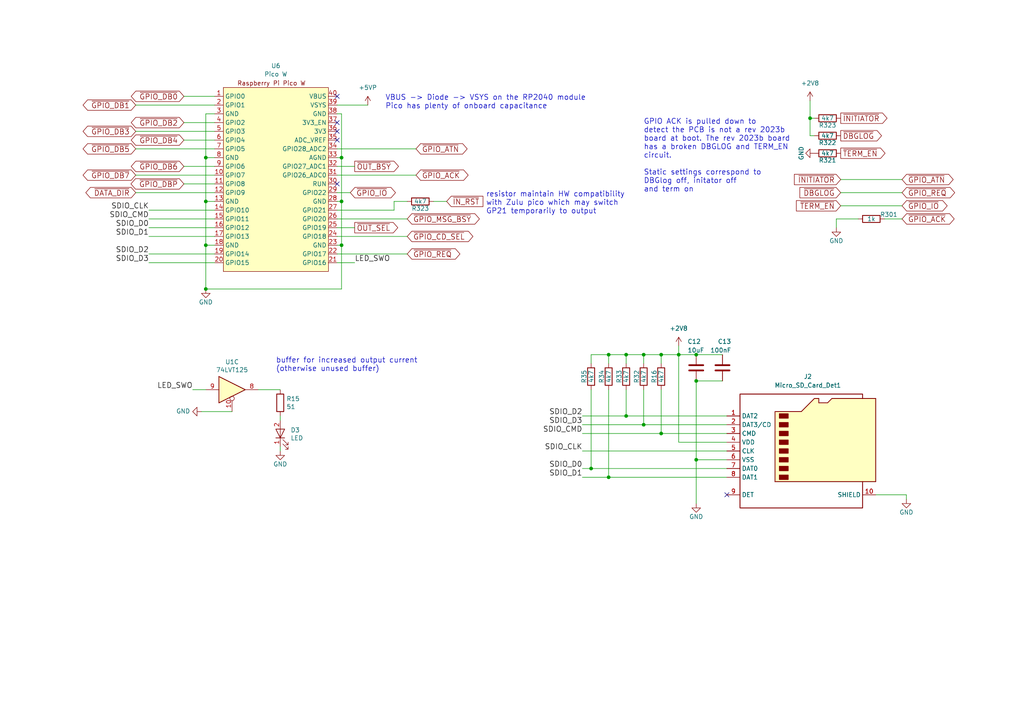
<source format=kicad_sch>
(kicad_sch (version 20230121) (generator eeschema)
  (paper "A4")
  (title_block (title "SillyTinySCSI") (rev "V2.0") (company "ZZJ / M.D.") (comment 1 "Derivative of ZuluSCSI Pico OSHW") (comment 2 "ZuluSCSI is a registered trademark of (C) Rabbit Hole Computing") (comment 3 "Descended from SCSI2SD, with special thanks to Michael McMaster"))
  (lib_symbols
    (symbol "74xx:74LVC125" (pin_names (offset 1.016))
      (property "Reference" "U" (at 0 1.27 0))
      (property "Value" "74LVC125" (at 0 -1.27 0))
      (symbol "74LVC125_1_0"
        (polyline (pts (xy -3.81 3.81) (xy -3.81 -3.81) (xy 3.81 0) (xy -3.81 3.81)) (stroke (width 0.254)) (fill (type background)))
        (pin input inverted (at 0 -6.35 90) (length 4.445) (name "~") (number "1"))
        (pin input line (at -7.62 0 0) (length 3.81) (name "~") (number "2"))
        (pin tri_state line (at 7.62 0 180) (length 3.81) (name "~") (number "3"))
      )
      (symbol "74LVC125_2_0"
        (polyline (pts (xy -3.81 3.81) (xy -3.81 -3.81) (xy 3.81 0) (xy -3.81 3.81)) (stroke (width 0.254)) (fill (type background)))
        (pin input inverted (at 0 -6.35 90) (length 4.445) (name "~") (number "4"))
        (pin input line (at -7.62 0 0) (length 3.81) (name "~") (number "5"))
        (pin tri_state line (at 7.62 0 180) (length 3.81) (name "~") (number "6"))
      )
      (symbol "74LVC125_3_0"
        (polyline (pts (xy -3.81 3.81) (xy -3.81 -3.81) (xy 3.81 0) (xy -3.81 3.81)) (stroke (width 0.254)) (fill (type background)))
        (pin input inverted (at 0 -6.35 90) (length 4.445) (name "~") (number "10"))
        (pin tri_state line (at 7.62 0 180) (length 3.81) (name "~") (number "8"))
        (pin input line (at -7.62 0 0) (length 3.81) (name "~") (number "9"))
      )
      (symbol "74LVC125_4_0"
        (polyline (pts (xy -3.81 3.81) (xy -3.81 -3.81) (xy 3.81 0) (xy -3.81 3.81)) (stroke (width 0.254)) (fill (type background)))
        (pin tri_state line (at 7.62 0 180) (length 3.81) (name "~") (number "11"))
        (pin input line (at -7.62 0 0) (length 3.81) (name "~") (number "12"))
        (pin input inverted (at 0 -6.35 90) (length 4.445) (name "~") (number "13"))
      )
      (symbol "74LVC125_5_0"
        (pin power_in line (at 0 12.7 270) (length 5.08) (name "VCC") (number "14"))
        (pin power_in line (at 0 -12.7 90) (length 5.08) (name "GND") (number "7"))
      )
      (symbol "74LVC125_5_1"
        (rectangle (start -5.08 7.62) (end 5.08 -7.62) (stroke (width 0.254)) (fill (type background)))
      )
    )
    (symbol "Connector:Micro_SD_Card_Det1"
      (property "Reference" "J" (at -16.51 17.78 0))
      (property "Value" "Micro_SD_Card_Det1" (at 16.51 17.78 0))
      (symbol "Micro_SD_Card_Det1_0_1"
        (rectangle (start -7.62 -6.985) (end -5.08 -8.255) (stroke (width 0.254)) (fill (type outline)))
        (rectangle (start -7.62 -4.445) (end -5.08 -5.715) (stroke (width 0.254)) (fill (type outline)))
        (rectangle (start -7.62 -1.905) (end -5.08 -3.175) (stroke (width 0.254)) (fill (type outline)))
        (rectangle (start -7.62 0.635) (end -5.08 -0.635) (stroke (width 0.254)) (fill (type outline)))
        (rectangle (start -7.62 3.175) (end -5.08 1.905) (stroke (width 0.254)) (fill (type outline)))
        (rectangle (start -7.62 5.715) (end -5.08 4.445) (stroke (width 0.254)) (fill (type outline)))
        (rectangle (start -7.62 8.255) (end -5.08 6.985) (stroke (width 0.254)) (fill (type outline)))
        (rectangle (start -7.62 10.795) (end -5.08 9.525) (stroke (width 0.254)) (fill (type outline)))
        (polyline (pts (xy 16.51 15.24) (xy 16.51 16.51) (xy -19.05 16.51) (xy -19.05 -16.51) (xy 16.51 -16.51) (xy 16.51 -8.89)) (stroke (width 0.254)))
        (polyline (pts (xy -8.89 -8.89) (xy -8.89 11.43) (xy -1.27 11.43) (xy 2.54 15.24) (xy 3.81 15.24) (xy 3.81 13.97) (xy 6.35 13.97) (xy 7.62 15.24) (xy 20.32 15.24) (xy 20.32 -8.89) (xy -8.89 -8.89)) (stroke (width 0.254)) (fill (type background)))
      )
      (symbol "Micro_SD_Card_Det1_1_1"
        (pin bidirectional line (at -22.86 10.16 0) (length 3.81) (name "DAT2") (number "1"))
        (pin passive line (at 20.32 -12.7 180) (length 3.81) (name "SHIELD") (number "10"))
        (pin bidirectional line (at -22.86 7.62 0) (length 3.81) (name "DAT3/CD") (number "2"))
        (pin input line (at -22.86 5.08 0) (length 3.81) (name "CMD") (number "3"))
        (pin power_in line (at -22.86 2.54 0) (length 3.81) (name "VDD") (number "4"))
        (pin input line (at -22.86 0 0) (length 3.81) (name "CLK") (number "5"))
        (pin power_in line (at -22.86 -2.54 0) (length 3.81) (name "VSS") (number "6"))
        (pin bidirectional line (at -22.86 -5.08 0) (length 3.81) (name "DAT0") (number "7"))
        (pin bidirectional line (at -22.86 -7.62 0) (length 3.81) (name "DAT1") (number "8"))
        (pin passive line (at -22.86 -12.7 0) (length 3.81) (name "DET") (number "9"))
      )
    )
    (symbol "MCU_RaspberryPi_and_Boards:Pico W"
      (property "Reference" "U" (at -13.97 27.94 0))
      (property "Value" "Pico W" (at 0 19.05 0))
      (symbol "Pico W_0_1"
        (rectangle (start -15.24 26.67) (end 15.24 -26.67) (fill (type background)))
      )
      (symbol "Pico W_1_0"
        (text "Raspberry Pi Pico W" (at -1.27 27.94 0) (effects (font (size 1.27 1.27))))
      )
      (symbol "Pico W_1_1"
        (pin bidirectional line (at -17.78 24.13 0) (length 2.54) (name "GPIO0") (number "1"))
        (pin bidirectional line (at -17.78 1.27 0) (length 2.54) (name "GPIO7") (number "10"))
        (pin bidirectional line (at -17.78 -1.27 0) (length 2.54) (name "GPIO8") (number "11"))
        (pin bidirectional line (at -17.78 -3.81 0) (length 2.54) (name "GPIO9") (number "12"))
        (pin power_in line (at -17.78 -6.35 0) (length 2.54) (name "GND") (number "13"))
        (pin bidirectional line (at -17.78 -8.89 0) (length 2.54) (name "GPIO10") (number "14"))
        (pin bidirectional line (at -17.78 -11.43 0) (length 2.54) (name "GPIO11") (number "15"))
        (pin bidirectional line (at -17.78 -13.97 0) (length 2.54) (name "GPIO12") (number "16"))
        (pin bidirectional line (at -17.78 -16.51 0) (length 2.54) (name "GPIO13") (number "17"))
        (pin power_in line (at -17.78 -19.05 0) (length 2.54) (name "GND") (number "18"))
        (pin bidirectional line (at -17.78 -21.59 0) (length 2.54) (name "GPIO14") (number "19"))
        (pin bidirectional line (at -17.78 21.59 0) (length 2.54) (name "GPIO1") (number "2"))
        (pin bidirectional line (at -17.78 -24.13 0) (length 2.54) (name "GPIO15") (number "20"))
        (pin bidirectional line (at 17.78 -24.13 180) (length 2.54) (name "GPIO16") (number "21"))
        (pin bidirectional line (at 17.78 -21.59 180) (length 2.54) (name "GPIO17") (number "22"))
        (pin power_in line (at 17.78 -19.05 180) (length 2.54) (name "GND") (number "23"))
        (pin bidirectional line (at 17.78 -16.51 180) (length 2.54) (name "GPIO18") (number "24"))
        (pin bidirectional line (at 17.78 -13.97 180) (length 2.54) (name "GPIO19") (number "25"))
        (pin bidirectional line (at 17.78 -11.43 180) (length 2.54) (name "GPIO20") (number "26"))
        (pin bidirectional line (at 17.78 -8.89 180) (length 2.54) (name "GPIO21") (number "27"))
        (pin power_in line (at 17.78 -6.35 180) (length 2.54) (name "GND") (number "28"))
        (pin bidirectional line (at 17.78 -3.81 180) (length 2.54) (name "GPIO22") (number "29"))
        (pin power_in line (at -17.78 19.05 0) (length 2.54) (name "GND") (number "3"))
        (pin input line (at 17.78 -1.27 180) (length 2.54) (name "RUN") (number "30"))
        (pin bidirectional line (at 17.78 1.27 180) (length 2.54) (name "GPIO26_ADC0") (number "31"))
        (pin bidirectional line (at 17.78 3.81 180) (length 2.54) (name "GPIO27_ADC1") (number "32"))
        (pin power_in line (at 17.78 6.35 180) (length 2.54) (name "AGND") (number "33"))
        (pin bidirectional line (at 17.78 8.89 180) (length 2.54) (name "GPIO28_ADC2") (number "34"))
        (pin power_in line (at 17.78 11.43 180) (length 2.54) (name "ADC_VREF") (number "35"))
        (pin power_in line (at 17.78 13.97 180) (length 2.54) (name "3V3") (number "36"))
        (pin input line (at 17.78 16.51 180) (length 2.54) (name "3V3_EN") (number "37"))
        (pin bidirectional line (at 17.78 19.05 180) (length 2.54) (name "GND") (number "38"))
        (pin power_in line (at 17.78 21.59 180) (length 2.54) (name "VSYS") (number "39"))
        (pin bidirectional line (at -17.78 16.51 0) (length 2.54) (name "GPIO2") (number "4"))
        (pin power_in line (at 17.78 24.13 180) (length 2.54) (name "VBUS") (number "40"))
        (pin bidirectional line (at -17.78 13.97 0) (length 2.54) (name "GPIO3") (number "5"))
        (pin bidirectional line (at -17.78 11.43 0) (length 2.54) (name "GPIO4") (number "6"))
        (pin bidirectional line (at -17.78 8.89 0) (length 2.54) (name "GPIO5") (number "7"))
        (pin power_in line (at -17.78 6.35 0) (length 2.54) (name "GND") (number "8"))
        (pin bidirectional line (at -17.78 3.81 0) (length 2.54) (name "GPIO6") (number "9"))
      )
    )
    (symbol "power:+2V8" (power) (pin_names (offset 0))
      (property "Value" "+2V8" (at 0 3.556 0))
      (symbol "+2V8_0_1"
        (polyline (pts (xy -0.762 1.27) (xy 0 2.54)))
        (polyline (pts (xy 0 0) (xy 0 2.54)))
        (polyline (pts (xy 0 2.54) (xy 0.762 1.27)))
      )
      (symbol "+2V8_1_1"
        (pin power_in line (at 0 0 90) (length 0) hide (name "+2V8") (number "1"))
      )
    )
    (symbol "power:+5VP" (power) (pin_names (offset 0))
      (property "Value" "+5VP" (at 0 3.556 0))
      (symbol "+5VP_0_1"
        (polyline (pts (xy -0.762 1.27) (xy 0 2.54)))
        (polyline (pts (xy 0 0) (xy 0 2.54)))
        (polyline (pts (xy 0 2.54) (xy 0.762 1.27)))
      )
      (symbol "+5VP_1_1"
        (pin power_in line (at 0 0 90) (length 0) hide (name "+5VP") (number "1"))
      )
    )
    (symbol "zuluscsi-rescue:C" (pin_numbers hide) (pin_names (offset 0.254))
      (property "Reference" "C" (at 0.635 2.54 0))
      (property "Value" "C" (at 0.635 -2.54 0))
      (symbol "C_0_1"
        (polyline (pts (xy -2.032 -0.762) (xy 2.032 -0.762)) (stroke (width 0.508)))
        (polyline (pts (xy -2.032 0.762) (xy 2.032 0.762)) (stroke (width 0.508)))
      )
      (symbol "C_1_1"
        (pin passive line (at 0 3.81 270) (length 2.794) (name "~") (number "1"))
        (pin passive line (at 0 -3.81 90) (length 2.794) (name "~") (number "2"))
      )
    )
    (symbol "zuluscsi-rescue:GND" (power) (pin_names (offset 0))
      (property "Value" "GND" (at 0 -3.81 0))
      (symbol "GND_0_1"
        (polyline (pts (xy 0 0) (xy 0 -1.27) (xy 1.27 -1.27) (xy 0 -2.54) (xy -1.27 -1.27) (xy 0 -1.27)))
      )
      (symbol "GND_1_1"
        (pin power_in line (at 0 0 270) (length 0) hide (name "GND") (number "1"))
      )
    )
    (symbol "zuluscsi-rescue:LED" (pin_names (offset 1.016) hide)
      (property "Reference" "D" (at 0 2.54 0))
      (property "Value" "LED" (at 0 -2.54 0))
      (symbol "LED_0_1"
        (polyline (pts (xy -1.27 -1.27) (xy -1.27 1.27)) (stroke (width 0.2032)))
        (polyline (pts (xy -1.27 0) (xy 1.27 0)))
        (polyline (pts (xy 1.27 -1.27) (xy 1.27 1.27) (xy -1.27 0) (xy 1.27 -1.27)) (stroke (width 0.2032)))
        (polyline (pts (xy -3.048 -0.762) (xy -4.572 -2.286) (xy -3.81 -2.286) (xy -4.572 -2.286) (xy -4.572 -1.524)))
        (polyline (pts (xy -1.778 -0.762) (xy -3.302 -2.286) (xy -2.54 -2.286) (xy -3.302 -2.286) (xy -3.302 -1.524)))
      )
      (symbol "LED_1_1"
        (pin passive line (at -3.81 0 0) (length 2.54) (name "K") (number "1"))
        (pin passive line (at 3.81 0 180) (length 2.54) (name "A") (number "2"))
      )
    )
    (symbol "zuluscsi-rescue:R" (pin_numbers hide) (pin_names (offset 0))
      (property "Reference" "R" (at 2.032 0 90))
      (property "Value" "R" (at 0 0 90))
      (symbol "R_0_1"
        (rectangle (start -1.016 -2.54) (end 1.016 2.54) (stroke (width 0.254)))
      )
      (symbol "R_1_1"
        (pin passive line (at 0 3.81 270) (length 1.27) (name "~") (number "1"))
        (pin passive line (at 0 -3.81 90) (length 1.27) (name "~") (number "2"))
      )
    )
  )
  (junction (at 196.85 102.87))
  (junction (at 234.95 34.29))
  (junction (at 99.06 58.42))
  (junction (at 59.69 58.42))
  (junction (at 59.69 83.82))
  (junction (at 99.06 71.12))
  (junction (at 171.45 135.89))
  (junction (at 181.61 120.65))
  (junction (at 201.93 102.87))
  (junction (at 201.93 133.35))
  (junction (at 181.61 102.87))
  (junction (at 99.06 45.72))
  (junction (at 186.69 123.19))
  (junction (at 59.69 71.12))
  (junction (at 191.77 125.73))
  (junction (at 201.93 110.49))
  (junction (at 176.53 138.43))
  (junction (at 186.69 102.87))
  (junction (at 191.77 102.87))
  (junction (at 176.53 102.87))
  (junction (at 59.69 45.72))
  (no_connect (at 97.79 38.1))
  (no_connect (at 97.79 27.94))
  (no_connect (at 210.82 143.51))
  (no_connect (at 97.79 40.64))
  (no_connect (at 97.79 53.34))
  (no_connect (at 97.79 35.56))
  (wire (pts (xy 39.37 38.1) (xy 62.23 38.1)))
  (wire (pts (xy 62.23 63.5) (xy 43.18 63.5)))
  (wire (pts (xy 62.23 76.2) (xy 43.18 76.2)))
  (wire (pts (xy 191.77 102.87) (xy 191.77 105.41)))
  (wire (pts (xy 62.23 68.58) (xy 43.18 68.58)))
  (wire (pts (xy 62.23 66.04) (xy 43.18 66.04)))
  (wire (pts (xy 254 143.51) (xy 262.89 143.51)))
  (wire (pts (xy 201.93 102.87) (xy 196.85 102.87)))
  (wire (pts (xy 39.37 43.18) (xy 62.23 43.18)))
  (wire (pts (xy 168.91 120.65) (xy 181.61 120.65)))
  (wire (pts (xy 171.45 135.89) (xy 210.82 135.89)))
  (wire (pts (xy 262.89 143.51) (xy 262.89 144.78)))
  (wire (pts (xy 67.31 119.38) (xy 58.42 119.38)))
  (wire (pts (xy 62.23 73.66) (xy 43.18 73.66)))
  (wire (pts (xy 97.79 48.26) (xy 102.87 48.26)))
  (wire (pts (xy 186.69 123.19) (xy 210.82 123.19)))
  (wire (pts (xy 59.69 71.12) (xy 62.23 71.12)))
  (wire (pts (xy 171.45 102.87) (xy 176.53 102.87)))
  (wire (pts (xy 97.79 71.12) (xy 99.06 71.12)))
  (wire (pts (xy 97.79 66.04) (xy 102.87 66.04)))
  (wire (pts (xy 59.69 58.42) (xy 59.69 71.12)))
  (wire (pts (xy 97.79 55.88) (xy 101.6 55.88)))
  (wire (pts (xy 59.69 71.12) (xy 59.69 83.82)))
  (wire (pts (xy 201.93 133.35) (xy 201.93 146.05)))
  (wire (pts (xy 59.69 33.02) (xy 59.69 45.72)))
  (wire (pts (xy 114.3 60.96) (xy 114.3 58.42)))
  (wire (pts (xy 62.23 33.02) (xy 59.69 33.02)))
  (wire (pts (xy 74.93 113.03) (xy 81.28 113.03)))
  (wire (pts (xy 97.79 43.18) (xy 120.65 43.18)))
  (wire (pts (xy 118.11 63.5) (xy 97.79 63.5)))
  (wire (pts (xy 248.92 63.5) (xy 242.57 63.5)))
  (wire (pts (xy 59.69 83.82) (xy 99.06 83.82)))
  (wire (pts (xy 186.69 102.87) (xy 186.69 105.41)))
  (wire (pts (xy 97.79 33.02) (xy 99.06 33.02)))
  (wire (pts (xy 243.84 55.88) (xy 261.62 55.88)))
  (wire (pts (xy 53.34 40.64) (xy 62.23 40.64)))
  (wire (pts (xy 97.79 76.2) (xy 102.87 76.2)))
  (wire (pts (xy 171.45 113.03) (xy 171.45 135.89)))
  (wire (pts (xy 81.28 121.92) (xy 81.28 120.65)))
  (wire (pts (xy 176.53 113.03) (xy 176.53 138.43)))
  (wire (pts (xy 99.06 58.42) (xy 99.06 71.12)))
  (wire (pts (xy 62.23 60.96) (xy 43.18 60.96)))
  (wire (pts (xy 168.91 125.73) (xy 191.77 125.73)))
  (wire (pts (xy 55.88 113.03) (xy 59.69 113.03)))
  (wire (pts (xy 53.34 53.34) (xy 62.23 53.34)))
  (wire (pts (xy 186.69 102.87) (xy 191.77 102.87)))
  (wire (pts (xy 129.54 58.42) (xy 125.73 58.42)))
  (wire (pts (xy 97.79 45.72) (xy 99.06 45.72)))
  (wire (pts (xy 168.91 135.89) (xy 171.45 135.89)))
  (wire (pts (xy 191.77 125.73) (xy 210.82 125.73)))
  (wire (pts (xy 39.37 30.48) (xy 62.23 30.48)))
  (wire (pts (xy 97.79 60.96) (xy 114.3 60.96)))
  (wire (pts (xy 256.54 63.5) (xy 261.62 63.5)))
  (wire (pts (xy 53.34 27.94) (xy 62.23 27.94)))
  (wire (pts (xy 242.57 63.5) (xy 242.57 66.04)))
  (wire (pts (xy 97.79 50.8) (xy 120.65 50.8)))
  (wire (pts (xy 201.93 102.87) (xy 209.55 102.87)))
  (wire (pts (xy 59.69 58.42) (xy 62.23 58.42)))
  (wire (pts (xy 196.85 100.33) (xy 196.85 102.87)))
  (wire (pts (xy 176.53 102.87) (xy 176.53 105.41)))
  (wire (pts (xy 81.28 129.54) (xy 81.28 130.81)))
  (wire (pts (xy 191.77 102.87) (xy 196.85 102.87)))
  (wire (pts (xy 168.91 130.81) (xy 210.82 130.81)))
  (wire (pts (xy 234.95 34.29) (xy 236.22 34.29)))
  (wire (pts (xy 118.11 73.66) (xy 97.79 73.66)))
  (wire (pts (xy 97.79 30.48) (xy 106.68 30.48)))
  (wire (pts (xy 97.79 58.42) (xy 99.06 58.42)))
  (wire (pts (xy 99.06 33.02) (xy 99.06 45.72)))
  (wire (pts (xy 196.85 102.87) (xy 196.85 128.27)))
  (wire (pts (xy 181.61 120.65) (xy 210.82 120.65)))
  (wire (pts (xy 176.53 102.87) (xy 181.61 102.87)))
  (wire (pts (xy 243.84 52.07) (xy 261.62 52.07)))
  (wire (pts (xy 191.77 113.03) (xy 191.77 125.73)))
  (wire (pts (xy 181.61 102.87) (xy 181.61 105.41)))
  (wire (pts (xy 243.84 59.69) (xy 261.62 59.69)))
  (wire (pts (xy 53.34 48.26) (xy 62.23 48.26)))
  (wire (pts (xy 234.95 29.21) (xy 234.95 34.29)))
  (wire (pts (xy 59.69 45.72) (xy 62.23 45.72)))
  (wire (pts (xy 59.69 45.72) (xy 59.69 58.42)))
  (wire (pts (xy 201.93 110.49) (xy 201.93 133.35)))
  (wire (pts (xy 168.91 123.19) (xy 186.69 123.19)))
  (wire (pts (xy 114.3 58.42) (xy 118.11 58.42)))
  (wire (pts (xy 168.91 138.43) (xy 176.53 138.43)))
  (wire (pts (xy 118.11 68.58) (xy 97.79 68.58)))
  (wire (pts (xy 236.22 39.37) (xy 234.95 39.37)))
  (wire (pts (xy 201.93 110.49) (xy 209.55 110.49)))
  (wire (pts (xy 99.06 45.72) (xy 99.06 58.42)))
  (wire (pts (xy 176.53 138.43) (xy 210.82 138.43)))
  (wire (pts (xy 53.34 35.56) (xy 62.23 35.56)))
  (wire (pts (xy 99.06 71.12) (xy 99.06 83.82)))
  (wire (pts (xy 201.93 133.35) (xy 210.82 133.35)))
  (wire (pts (xy 196.85 128.27) (xy 210.82 128.27)))
  (wire (pts (xy 181.61 113.03) (xy 181.61 120.65)))
  (wire (pts (xy 39.37 50.8) (xy 62.23 50.8)))
  (wire (pts (xy 39.37 55.88) (xy 62.23 55.88)))
  (wire (pts (xy 181.61 102.87) (xy 186.69 102.87)))
  (wire (pts (xy 171.45 102.87) (xy 171.45 105.41)))
  (wire (pts (xy 234.95 34.29) (xy 234.95 39.37)))
  (wire (pts (xy 186.69 113.03) (xy 186.69 123.19)))
  (text "GPIO ACK is pulled down to \ndetect the PCB is not a rev 2023b\nboard at boot. The rev 2023b board\nhas a broken DBGLOG and TERM_EN\ncircuit.\n\nStatic settings correspond to \nDBGlog off, initator off\nand term on" (at 186.69 55.88 0) (effects (font (size 1.524 1.524)) (justify left bottom)))
  (text "buffer for increased output current\n(otherwise unused buffer)" (at 80.01 107.95 0) (effects (font (size 1.524 1.524)) (justify left bottom)))
  (text "resistor maintain HW compatibility\nwith Zulu pico which may switch \nGP21 temporarily to output\n" (at 140.97 62.23 0) (effects (font (size 1.524 1.524)) (justify left bottom)))
  (text "VBUS -> Diode -> VSYS on the RP2040 module\nPico has plenty of onboard capacitance" (at 111.76 31.75 0) (effects (font (size 1.524 1.524)) (justify left bottom)))
  (label "SDIO_CMD" (at 168.91 125.73 180) (effects (font (size 1.524 1.524))))
  (label "SDIO_D1" (at 168.91 138.43 180) (effects (font (size 1.524 1.524))))
  (label "SDIO_D2" (at 168.91 120.65 180) (effects (font (size 1.524 1.524))))
  (label "SDIO_D0" (at 168.91 135.89 180) (effects (font (size 1.524 1.524))))
  (label "SDIO_D0" (at 43.18 66.04 180) (effects (font (size 1.524 1.524))))
  (label "SDIO_CLK" (at 43.18 60.96 180) (effects (font (size 1.524 1.524))))
  (label "LED_SWO" (at 102.87 76.2 0) (effects (font (size 1.524 1.524))))
  (label "SDIO_D3" (at 43.18 76.2 180) (effects (font (size 1.524 1.524))))
  (label "SDIO_CMD" (at 43.18 63.5 180) (effects (font (size 1.524 1.524))))
  (label "SDIO_CLK" (at 168.91 130.81 180) (effects (font (size 1.524 1.524))))
  (label "SDIO_D2" (at 43.18 73.66 180) (effects (font (size 1.524 1.524))))
  (label "SDIO_D3" (at 168.91 123.19 180) (effects (font (size 1.524 1.524))))
  (label "SDIO_D1" (at 43.18 68.58 180) (effects (font (size 1.524 1.524))))
  (label "LED_SWO" (at 55.88 113.03 180) (effects (font (size 1.524 1.524))))
  (global_label "~{GPIO_DB1}" (shape bidirectional) (at 39.37 30.48 180) (effects (font (size 1.524 1.524))) (property "Intersheetrefs" "${INTERSHEET_REFS}" (effects hide)))
  (global_label "~{GPIO_DB5}" (shape bidirectional) (at 39.37 43.18 180) (effects (font (size 1.524 1.524))) (property "Intersheetrefs" "${INTERSHEET_REFS}" (effects hide)))
  (global_label "~{TERM_EN}" (shape input) (at 243.84 59.69 180) (effects (font (size 1.524 1.524))) (property "Intersheetrefs" "${INTERSHEET_REFS}" (effects hide)))
  (global_label "~{OUT_SEL}" (shape output) (at 102.87 66.04 0) (effects (font (size 1.524 1.524))) (property "Intersheetrefs" "${INTERSHEET_REFS}" (effects hide)))
  (global_label "~{GPIO_ACK}" (shape bidirectional) (at 120.65 50.8 0) (effects (font (size 1.524 1.524))) (property "Intersheetrefs" "${INTERSHEET_REFS}" (effects hide)))
  (global_label "~{INITIATOR}" (shape input) (at 243.84 52.07 180) (effects (font (size 1.524 1.524))) (property "Intersheetrefs" "${INTERSHEET_REFS}" (effects hide)))
  (global_label "~{GPIO_REQ}" (shape bidirectional) (at 261.62 55.88 0) (effects (font (size 1.524 1.524))) (property "Intersheetrefs" "${INTERSHEET_REFS}" (effects hide)))
  (global_label "~{GPIO_DB0}" (shape bidirectional) (at 53.34 27.94 180) (effects (font (size 1.524 1.524))) (property "Intersheetrefs" "${INTERSHEET_REFS}" (effects hide)))
  (global_label "~{GPIO_DBP}" (shape bidirectional) (at 53.34 53.34 180) (effects (font (size 1.524 1.524))) (property "Intersheetrefs" "${INTERSHEET_REFS}" (effects hide)))
  (global_label "~{GPIO_DB2}" (shape bidirectional) (at 53.34 35.56 180) (effects (font (size 1.524 1.524))) (property "Intersheetrefs" "${INTERSHEET_REFS}" (effects hide)))
  (global_label "~{GPIO_IO}" (shape bidirectional) (at 261.62 59.69 0) (effects (font (size 1.524 1.524))) (property "Intersheetrefs" "${INTERSHEET_REFS}" (effects hide)))
  (global_label "~{DATA_DIR}" (shape bidirectional) (at 39.37 55.88 180) (effects (font (size 1.524 1.524))) (property "Intersheetrefs" "${INTERSHEET_REFS}" (effects hide)))
  (global_label "~{INITIATOR}" (shape output) (at 243.84 34.29 0) (effects (font (size 1.524 1.524))) (property "Intersheetrefs" "${INTERSHEET_REFS}" (effects hide)))
  (global_label "~{GPIO_REQ}" (shape bidirectional) (at 118.11 73.66 0) (effects (font (size 1.524 1.524))) (property "Intersheetrefs" "${INTERSHEET_REFS}" (effects hide)))
  (global_label "~{GPIO_DB7}" (shape bidirectional) (at 39.37 50.8 180) (effects (font (size 1.524 1.524))) (property "Intersheetrefs" "${INTERSHEET_REFS}" (effects hide)))
  (global_label "~{GPIO_ATN}" (shape bidirectional) (at 261.62 52.07 0) (effects (font (size 1.524 1.524))) (property "Intersheetrefs" "${INTERSHEET_REFS}" (effects hide)))
  (global_label "~{GPIO_DB6}" (shape bidirectional) (at 53.34 48.26 180) (effects (font (size 1.524 1.524))) (property "Intersheetrefs" "${INTERSHEET_REFS}" (effects hide)))
  (global_label "~{DBGLOG}" (shape input) (at 243.84 55.88 180) (effects (font (size 1.524 1.524))) (property "Intersheetrefs" "${INTERSHEET_REFS}" (effects hide)))
  (global_label "~{GPIO_DB4}" (shape bidirectional) (at 53.34 40.64 180) (effects (font (size 1.524 1.524))) (property "Intersheetrefs" "${INTERSHEET_REFS}" (effects hide)))
  (global_label "~{GPIO_ATN}" (shape bidirectional) (at 120.65 43.18 0) (effects (font (size 1.524 1.524))) (property "Intersheetrefs" "${INTERSHEET_REFS}" (effects hide)))
  (global_label "~{GPIO_ACK}" (shape bidirectional) (at 261.62 63.5 0) (effects (font (size 1.524 1.524))) (property "Intersheetrefs" "${INTERSHEET_REFS}" (effects hide)))
  (global_label "~{GPIO_DB3}" (shape bidirectional) (at 39.37 38.1 180) (effects (font (size 1.524 1.524))) (property "Intersheetrefs" "${INTERSHEET_REFS}" (effects hide)))
  (global_label "~{GPIO_MSG_BSY}" (shape bidirectional) (at 118.11 63.5 0) (effects (font (size 1.524 1.524))) (property "Intersheetrefs" "${INTERSHEET_REFS}" (effects hide)))
  (global_label "~{TERM_EN}" (shape output) (at 243.84 44.45 0) (effects (font (size 1.524 1.524))) (property "Intersheetrefs" "${INTERSHEET_REFS}" (effects hide)))
  (global_label "~{OUT_BSY}" (shape output) (at 102.87 48.26 0) (effects (font (size 1.524 1.524))) (property "Intersheetrefs" "${INTERSHEET_REFS}" (effects hide)))
  (global_label "~{DBGLOG}" (shape output) (at 243.84 39.37 0) (effects (font (size 1.524 1.524))) (property "Intersheetrefs" "${INTERSHEET_REFS}" (effects hide)))
  (global_label "~{GPIO_IO}" (shape bidirectional) (at 101.6 55.88 0) (effects (font (size 1.524 1.524))) (property "Intersheetrefs" "${INTERSHEET_REFS}" (effects hide)))
  (global_label "~{GPIO_CD_SEL}" (shape bidirectional) (at 118.11 68.58 0) (effects (font (size 1.524 1.524))) (property "Intersheetrefs" "${INTERSHEET_REFS}" (effects hide)))
  (global_label "~{IN_RST}" (shape input) (at 129.54 58.42 0) (effects (font (size 1.524 1.524))) (property "Intersheetrefs" "${INTERSHEET_REFS}" (effects hide)))
  (symbol (lib_id "zuluscsi-rescue:C") (at 201.93 106.68 180) (unit 1)
    (property "Reference" "C12" (at 199.39 99.06 0) (effects (justify right)))
    (property "Value" "10uF" (at 199.39 101.6 0) (effects (justify right)))
    (property "Footprint" "Capacitor_SMD:C_0805_2012Metric" (effects hide))
    (property "LCSC" "C15850" (effects hide))
    (property "Manufacturer" "Samsung" (effects hide))
    (property "PartNumber" "CL21A106KPFNNNG" (effects hide))
    (property "digikey" "1276-6456-1-ND " (effects hide))
  )
  (symbol (lib_id "zuluscsi-rescue:C") (at 209.55 106.68 180) (unit 1)
    (property "Reference" "C13" (at 212.09 99.06 0) (effects (justify left)))
    (property "Value" "100nF" (at 212.09 101.6 0) (effects (justify left)))
    (property "Footprint" "Capacitor_SMD:C_0603_1608Metric" (effects hide))
    (property "LCSC" "C14663" (effects hide))
    (property "Manufacturer" "Samsung" (effects hide))
    (property "PartNumber" "CL10B104KB8NNWC" (effects hide))
    (property "digikey" "1276-1935-1-ND" (effects hide))
  )
  (symbol (lib_id "zuluscsi-rescue:LED") (at 81.28 125.73 90) (unit 1)
    (property "Reference" "D3" (at 84.2772 124.7394 90) (effects (justify right)))
    (property "Value" "LED" (at 84.2772 127.0508 90) (effects (justify right)))
    (property "Footprint" "LED_SMD:LED_0805_2012Metric" (effects hide))
    (property "LCSC" "C84256" (effects hide))
    (property "Manufacturer" "Harvatek Corporation" (effects hide))
    (property "PartNumber" "B1701UD--20D000414U1930" (effects hide))
    (property "digikey" "3147-B1701UD--20D000414U1930CT-ND" (effects hide))
  )
  (symbol (lib_id "zuluscsi-rescue:R") (at 81.28 116.84 180) (unit 1)
    (property "Reference" "R15" (at 83.058 115.6716 0) (effects (justify right)))
    (property "Value" "51" (at 83.058 117.983 0) (effects (justify right)))
    (property "Footprint" "Resistor_SMD:R_0603_1608Metric" (effects hide))
    (property "LCSC" "C23197" (effects hide))
    (property "Manufacturer" "Yageo" (effects hide))
    (property "PartNumber" "0603WAF510JT5E" (effects hide))
    (property "digikey" "RMCF0603FT51R0TR-ND - Tape & Reel (TR)" (effects hide))
  )
  (symbol (lib_id "zuluscsi-rescue:GND") (at 201.93 146.05 0) (unit 1)
    (property "Reference" "#PWR039" (effects hide))
    (property "Value" "GND" (at 201.93 149.86 0))
  )
  (symbol (lib_id "zuluscsi-rescue:GND") (at 81.28 130.81 0) (unit 1)
    (property "Reference" "#PWR036" (effects hide))
    (property "Value" "GND" (at 81.28 134.62 0))
  )
  (symbol (lib_id "zuluscsi-rescue:GND") (at 59.69 83.82 0) (unit 1)
    (property "Reference" "#PWR035" (effects hide))
    (property "Value" "GND" (at 59.69 87.63 0))
  )
  (symbol (lib_id "zuluscsi-rescue:R") (at 176.53 109.22 180) (unit 1)
    (property "Reference" "R34" (at 174.498 109.22 90))
    (property "Value" "4k7" (at 176.53 109.22 90))
    (property "Footprint" "Resistor_SMD:R_0603_1608Metric" (effects hide))
    (property "LCSC" "C23162" (effects hide))
    (property "Manufacturer" "Yageo" (effects hide))
    (property "PartNumber" "RC0603JR-074K7L" (effects hide))
    (property "digikey" "311-100KHRTR-ND" (effects hide))
  )
  (symbol (lib_id "MCU_RaspberryPi_and_Boards:Pico W") (at 80.01 52.07 0) (unit 1)
    (property "Reference" "U6" (at 80.01 19.0911 0))
    (property "Value" "Pico W" (at 80.01 21.5153 0))
    (property "Footprint" "MCU_RaspberryPi_and_Boards:RPi_Pico_W_SMD headers" (effects hide))
    (property "LCSC" "N/A" (effects hide))
    (property "JLCPCB_IGNORE" "do not fit" (effects hide))
    (property "digikey" "2648-SC0918CT-ND " (effects hide))
  )
  (symbol (lib_id "zuluscsi-rescue:GND") (at 236.22 44.45 270) (mirror x) (unit 1)
    (property "Reference" "#PWR0304" (effects hide))
    (property "Value" "GND" (at 232.41 44.45 0))
  )
  (symbol (lib_id "zuluscsi-rescue:R") (at 240.03 44.45 90) (mirror x) (unit 1)
    (property "Reference" "R321" (at 240.03 46.482 90))
    (property "Value" "4k7" (at 240.03 44.45 90))
    (property "Footprint" "Resistor_SMD:R_0603_1608Metric" (effects hide))
    (property "LCSC" "C23162" (effects hide))
    (property "Manufacturer" "Yageo" (effects hide))
    (property "PartNumber" "RC0603JR-074K7L" (effects hide))
    (property "digikey" "311-100KHRTR-ND" (effects hide))
  )
  (symbol (lib_id "zuluscsi-rescue:GND") (at 242.57 66.04 0) (mirror y) (unit 1)
    (property "Reference" "#PWR0304" (effects hide))
    (property "Value" "GND" (at 242.57 69.85 0))
  )
  (symbol (lib_id "zuluscsi-rescue:GND") (at 58.42 119.38 270) (mirror x) (unit 1)
    (property "Reference" "#PWR02" (effects hide))
    (property "Value" "GND" (at 55.1688 119.253 90) (effects (justify right)))
  )
  (symbol (lib_id "zuluscsi-rescue:R") (at 186.69 109.22 180) (unit 1)
    (property "Reference" "R32" (at 184.658 109.22 90))
    (property "Value" "4k7" (at 186.69 109.22 90))
    (property "Footprint" "Resistor_SMD:R_0603_1608Metric" (effects hide))
    (property "LCSC" "C23162" (effects hide))
    (property "Manufacturer" "Yageo" (effects hide))
    (property "PartNumber" "RC0603JR-074K7L" (effects hide))
    (property "digikey" "311-100KHRTR-ND" (effects hide))
  )
  (symbol (lib_id "zuluscsi-rescue:R") (at 240.03 34.29 90) (mirror x) (unit 1)
    (property "Reference" "R323" (at 240.03 36.322 90))
    (property "Value" "4k7" (at 240.03 34.29 90))
    (property "Footprint" "Resistor_SMD:R_0603_1608Metric" (effects hide))
    (property "LCSC" "C23162" (effects hide))
    (property "Manufacturer" "Yageo" (effects hide))
    (property "PartNumber" "RC0603JR-074K7L" (effects hide))
    (property "digikey" "311-100KHRTR-ND" (effects hide))
  )
  (symbol (lib_id "zuluscsi-rescue:R") (at 191.77 109.22 180) (unit 1)
    (property "Reference" "R16" (at 189.738 109.22 90))
    (property "Value" "4k7" (at 191.77 109.22 90))
    (property "Footprint" "Resistor_SMD:R_0603_1608Metric" (effects hide))
    (property "LCSC" "C23162" (effects hide))
    (property "Manufacturer" "Yageo" (effects hide))
    (property "PartNumber" "RC0603JR-074K7L" (effects hide))
    (property "digikey" "311-100KHRTR-ND" (effects hide))
  )
  (symbol (lib_id "zuluscsi-rescue:R") (at 240.03 39.37 90) (mirror x) (unit 1)
    (property "Reference" "R322" (at 240.03 41.402 90))
    (property "Value" "4k7" (at 240.03 39.37 90))
    (property "Footprint" "Resistor_SMD:R_0603_1608Metric" (effects hide))
    (property "LCSC" "C23162" (effects hide))
    (property "Manufacturer" "Yageo" (effects hide))
    (property "PartNumber" "RC0603JR-074K7L" (effects hide))
    (property "digikey" "311-100KHRTR-ND" (effects hide))
  )
  (symbol (lib_id "74xx:74LVC125") (at 67.31 113.03 0) (unit 3)
    (property "Reference" "U1" (at 67.31 104.9782 0))
    (property "Value" "74LVT125" (at 67.31 107.2896 0))
    (property "Footprint" "ZuluSCSI:SSOP_TSSOP-14_4.4x5mm_Pitch0.65mm_PCBWay-MaskClearance0.22mm" (effects hide))
    (property "Datasheet" "http://www.ti.com/lit/gpn/sn74LVC125" (effects hide))
    (property "LCSC" "C7042" (effects hide))
    (property "Manufacturer" "Onsemi" (effects hide))
    (property "PartNumber" "74LVTH125MTC" (effects hide))
    (property "digikey" "74LVTH125MTC-ND" (effects hide))
    (property "JLCPCBCORRECT" "0;0;-90" (effects hide))
  )
  (symbol (lib_id "Connector:Micro_SD_Card_Det1") (at 233.68 130.81 0) (unit 1)
    (property "Reference" "J2" (at 234.315 109.22 0))
    (property "Value" "Micro_SD_Card_Det1" (at 234.315 111.76 0))
    (property "Footprint" "MicroSD:microsd_molex_1051620001" (effects hide))
    (property "LCSC" "n/a" (effects hide))
    (property "Manufacturer" "Molex" (effects hide))
    (property "PartNumber" "1051620001" (effects hide))
    (property "digikey" "WM14405CT-ND" (effects hide))
  )
  (symbol (lib_id "power:+2V8") (at 196.85 100.33 0) (unit 1)
    (property "Reference" "#PWR044" (effects hide))
    (property "Value" "+2V8" (at 196.85 95.25 0))
    (instances (project "SillyTinySCSI" (path "" (reference "#PWR044") (unit 1)) (path "" (reference "#PWR038") (unit 1))))
  )
  (symbol (lib_id "zuluscsi-rescue:GND") (at 262.89 144.78 0) (unit 1)
    (property "Reference" "#PWR043" (effects hide))
    (property "Value" "GND" (at 262.89 148.59 0))
  )
  (symbol (lib_id "power:+5VP") (at 106.68 30.48 0) (unit 1)
    (property "Reference" "#PWR049" (effects hide))
    (property "Value" "+5VP" (at 106.68 25.4 0))
    (instances (project "SillyTinySCSI" (path "" (reference "#PWR049") (unit 1)) (path "" (reference "#PWR027") (unit 1))))
  )
  (symbol (lib_id "zuluscsi-rescue:R") (at 171.45 109.22 180) (unit 1)
    (property "Reference" "R35" (at 169.418 109.22 90))
    (property "Value" "4k7" (at 171.45 109.22 90))
    (property "Footprint" "Resistor_SMD:R_0603_1608Metric" (effects hide))
    (property "LCSC" "C23162" (effects hide))
    (property "Manufacturer" "Yageo" (effects hide))
    (property "PartNumber" "RC0603JR-074K7L" (effects hide))
    (property "digikey" "311-100KHRTR-ND" (effects hide))
  )
  (symbol (lib_id "power:+2V8") (at 234.95 29.21 0) (unit 1)
    (property "Reference" "#PWR044" (effects hide))
    (property "Value" "+2V8" (at 234.95 24.13 0))
    (instances (project "SillyTinySCSI" (path "" (reference "#PWR044") (unit 1)) (path "" (reference "#PWR040") (unit 1))))
  )
  (symbol (lib_id "zuluscsi-rescue:R") (at 121.92 58.42 90) (mirror x) (unit 1)
    (property "Reference" "R323" (at 121.92 60.452 90))
    (property "Value" "4k7" (at 121.92 58.42 90))
    (property "Footprint" "Resistor_SMD:R_0603_1608Metric" (effects hide))
    (property "LCSC" "C23162" (effects hide))
    (property "Manufacturer" "Yageo" (effects hide))
    (property "PartNumber" "RC0603JR-074K7L" (effects hide))
    (property "digikey" "311-100KHRTR-ND" (effects hide))
  )
  (symbol (lib_id "zuluscsi-rescue:R") (at 252.73 63.5 270) (mirror x) (unit 1)
    (property "Reference" "R301" (at 257.81 62.23 90))
    (property "Value" "1k" (at 252.73 63.5 90))
    (property "Footprint" "Resistor_SMD:R_0603_1608Metric" (effects hide))
    (property "LCSC" "C21190" (effects hide))
    (property "Manufacturer" "Yageo" (effects hide))
    (property "PartNumber" "RC0603JR-071KL" (effects hide))
    (property "digikey" "311-1.0KGRCT-ND" (effects hide))
  )
  (symbol (lib_id "zuluscsi-rescue:R") (at 181.61 109.22 180) (unit 1)
    (property "Reference" "R33" (at 179.578 109.22 90))
    (property "Value" "4k7" (at 181.61 109.22 90))
    (property "Footprint" "Resistor_SMD:R_0603_1608Metric" (effects hide))
    (property "LCSC" "C23162" (effects hide))
    (property "Manufacturer" "Yageo" (effects hide))
    (property "PartNumber" "RC0603JR-074K7L" (effects hide))
    (property "digikey" "311-100KHRTR-ND" (effects hide))
  )
)
</source>
